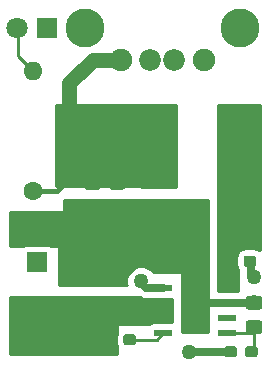
<source format=gbr>
G04 #@! TF.GenerationSoftware,KiCad,Pcbnew,(5.0.0-3-g5ebb6b6)*
G04 #@! TF.CreationDate,2019-01-13T20:11:43-05:00*
G04 #@! TF.ProjectId,phone_charger,70686F6E655F636861726765722E6B69,2*
G04 #@! TF.SameCoordinates,Original*
G04 #@! TF.FileFunction,Copper,L1,Top,Signal*
G04 #@! TF.FilePolarity,Positive*
%FSLAX46Y46*%
G04 Gerber Fmt 4.6, Leading zero omitted, Abs format (unit mm)*
G04 Created by KiCad (PCBNEW (5.0.0-3-g5ebb6b6)) date Sunday, January 13, 2019 at 08:11:43 PM*
%MOMM*%
%LPD*%
G01*
G04 APERTURE LIST*
G04 #@! TA.AperFunction,SMDPad,CuDef*
%ADD10R,1.700000X3.600000*%
G04 #@! TD*
G04 #@! TA.AperFunction,ComponentPad*
%ADD11C,3.300000*%
G04 #@! TD*
G04 #@! TA.AperFunction,ComponentPad*
%ADD12C,1.900000*%
G04 #@! TD*
G04 #@! TA.AperFunction,ComponentPad*
%ADD13C,1.840000*%
G04 #@! TD*
G04 #@! TA.AperFunction,SMDPad,CuDef*
%ADD14R,3.500000X2.300000*%
G04 #@! TD*
G04 #@! TA.AperFunction,Conductor*
%ADD15C,0.100000*%
G04 #@! TD*
G04 #@! TA.AperFunction,SMDPad,CuDef*
%ADD16C,0.950000*%
G04 #@! TD*
G04 #@! TA.AperFunction,SMDPad,CuDef*
%ADD17C,1.150000*%
G04 #@! TD*
G04 #@! TA.AperFunction,SMDPad,CuDef*
%ADD18C,1.425000*%
G04 #@! TD*
G04 #@! TA.AperFunction,ComponentPad*
%ADD19O,1.600000X1.600000*%
G04 #@! TD*
G04 #@! TA.AperFunction,ComponentPad*
%ADD20C,1.600000*%
G04 #@! TD*
G04 #@! TA.AperFunction,ComponentPad*
%ADD21R,1.800000X1.800000*%
G04 #@! TD*
G04 #@! TA.AperFunction,ComponentPad*
%ADD22C,1.800000*%
G04 #@! TD*
G04 #@! TA.AperFunction,ComponentPad*
%ADD23O,1.700000X1.700000*%
G04 #@! TD*
G04 #@! TA.AperFunction,ComponentPad*
%ADD24R,1.700000X1.700000*%
G04 #@! TD*
G04 #@! TA.AperFunction,SMDPad,CuDef*
%ADD25R,1.550000X0.600000*%
G04 #@! TD*
G04 #@! TA.AperFunction,SMDPad,CuDef*
%ADD26R,1.175000X1.175000*%
G04 #@! TD*
G04 #@! TA.AperFunction,ViaPad*
%ADD27C,1.270000*%
G04 #@! TD*
G04 #@! TA.AperFunction,ViaPad*
%ADD28C,2.032000*%
G04 #@! TD*
G04 #@! TA.AperFunction,Conductor*
%ADD29C,0.381000*%
G04 #@! TD*
G04 #@! TA.AperFunction,Conductor*
%ADD30C,1.270000*%
G04 #@! TD*
G04 #@! TA.AperFunction,Conductor*
%ADD31C,0.635000*%
G04 #@! TD*
G04 #@! TA.AperFunction,Conductor*
%ADD32C,0.254000*%
G04 #@! TD*
G04 APERTURE END LIST*
D10*
G04 #@! TO.P,L1,2*
G04 #@! TO.N,VBUS*
X99284400Y-64947800D03*
G04 #@! TO.P,L1,1*
G04 #@! TO.N,/SWN*
X108284400Y-64947800D03*
G04 #@! TD*
D11*
G04 #@! TO.P,J2,SH*
G04 #@! TO.N,EPAD*
X94522000Y-56134000D03*
X107662000Y-56134000D03*
D12*
G04 #@! TO.P,J2,1*
G04 #@! TO.N,VBUS*
X97592000Y-58844000D03*
D13*
G04 #@! TO.P,J2,2*
G04 #@! TO.N,/D-*
X100092000Y-58859000D03*
G04 #@! TO.P,J2,3*
G04 #@! TO.N,/D+*
X102092000Y-58834000D03*
D12*
G04 #@! TO.P,J2,4*
G04 #@! TO.N,EPAD*
X104592000Y-58844000D03*
G04 #@! TD*
D14*
G04 #@! TO.P,D3,2*
G04 #@! TO.N,EPAD*
X102202000Y-72898000D03*
G04 #@! TO.P,D3,1*
G04 #@! TO.N,/SWN*
X107602000Y-72898000D03*
G04 #@! TD*
D15*
G04 #@! TO.N,/SWN*
G04 #@! TO.C,C2*
G36*
X107065779Y-75421344D02*
X107088834Y-75424763D01*
X107111443Y-75430427D01*
X107133387Y-75438279D01*
X107154457Y-75448244D01*
X107174448Y-75460226D01*
X107193168Y-75474110D01*
X107210438Y-75489762D01*
X107226090Y-75507032D01*
X107239974Y-75525752D01*
X107251956Y-75545743D01*
X107261921Y-75566813D01*
X107269773Y-75588757D01*
X107275437Y-75611366D01*
X107278856Y-75634421D01*
X107280000Y-75657700D01*
X107280000Y-76132700D01*
X107278856Y-76155979D01*
X107275437Y-76179034D01*
X107269773Y-76201643D01*
X107261921Y-76223587D01*
X107251956Y-76244657D01*
X107239974Y-76264648D01*
X107226090Y-76283368D01*
X107210438Y-76300638D01*
X107193168Y-76316290D01*
X107174448Y-76330174D01*
X107154457Y-76342156D01*
X107133387Y-76352121D01*
X107111443Y-76359973D01*
X107088834Y-76365637D01*
X107065779Y-76369056D01*
X107042500Y-76370200D01*
X106467500Y-76370200D01*
X106444221Y-76369056D01*
X106421166Y-76365637D01*
X106398557Y-76359973D01*
X106376613Y-76352121D01*
X106355543Y-76342156D01*
X106335552Y-76330174D01*
X106316832Y-76316290D01*
X106299562Y-76300638D01*
X106283910Y-76283368D01*
X106270026Y-76264648D01*
X106258044Y-76244657D01*
X106248079Y-76223587D01*
X106240227Y-76201643D01*
X106234563Y-76179034D01*
X106231144Y-76155979D01*
X106230000Y-76132700D01*
X106230000Y-75657700D01*
X106231144Y-75634421D01*
X106234563Y-75611366D01*
X106240227Y-75588757D01*
X106248079Y-75566813D01*
X106258044Y-75545743D01*
X106270026Y-75525752D01*
X106283910Y-75507032D01*
X106299562Y-75489762D01*
X106316832Y-75474110D01*
X106335552Y-75460226D01*
X106355543Y-75448244D01*
X106376613Y-75438279D01*
X106398557Y-75430427D01*
X106421166Y-75424763D01*
X106444221Y-75421344D01*
X106467500Y-75420200D01*
X107042500Y-75420200D01*
X107065779Y-75421344D01*
X107065779Y-75421344D01*
G37*
D16*
G04 #@! TD*
G04 #@! TO.P,C2,2*
G04 #@! TO.N,/SWN*
X106755000Y-75895200D03*
D15*
G04 #@! TO.N,Net-(C2-Pad1)*
G04 #@! TO.C,C2*
G36*
X108815779Y-75421344D02*
X108838834Y-75424763D01*
X108861443Y-75430427D01*
X108883387Y-75438279D01*
X108904457Y-75448244D01*
X108924448Y-75460226D01*
X108943168Y-75474110D01*
X108960438Y-75489762D01*
X108976090Y-75507032D01*
X108989974Y-75525752D01*
X109001956Y-75545743D01*
X109011921Y-75566813D01*
X109019773Y-75588757D01*
X109025437Y-75611366D01*
X109028856Y-75634421D01*
X109030000Y-75657700D01*
X109030000Y-76132700D01*
X109028856Y-76155979D01*
X109025437Y-76179034D01*
X109019773Y-76201643D01*
X109011921Y-76223587D01*
X109001956Y-76244657D01*
X108989974Y-76264648D01*
X108976090Y-76283368D01*
X108960438Y-76300638D01*
X108943168Y-76316290D01*
X108924448Y-76330174D01*
X108904457Y-76342156D01*
X108883387Y-76352121D01*
X108861443Y-76359973D01*
X108838834Y-76365637D01*
X108815779Y-76369056D01*
X108792500Y-76370200D01*
X108217500Y-76370200D01*
X108194221Y-76369056D01*
X108171166Y-76365637D01*
X108148557Y-76359973D01*
X108126613Y-76352121D01*
X108105543Y-76342156D01*
X108085552Y-76330174D01*
X108066832Y-76316290D01*
X108049562Y-76300638D01*
X108033910Y-76283368D01*
X108020026Y-76264648D01*
X108008044Y-76244657D01*
X107998079Y-76223587D01*
X107990227Y-76201643D01*
X107984563Y-76179034D01*
X107981144Y-76155979D01*
X107980000Y-76132700D01*
X107980000Y-75657700D01*
X107981144Y-75634421D01*
X107984563Y-75611366D01*
X107990227Y-75588757D01*
X107998079Y-75566813D01*
X108008044Y-75545743D01*
X108020026Y-75525752D01*
X108033910Y-75507032D01*
X108049562Y-75489762D01*
X108066832Y-75474110D01*
X108085552Y-75460226D01*
X108105543Y-75448244D01*
X108126613Y-75438279D01*
X108148557Y-75430427D01*
X108171166Y-75424763D01*
X108194221Y-75421344D01*
X108217500Y-75420200D01*
X108792500Y-75420200D01*
X108815779Y-75421344D01*
X108815779Y-75421344D01*
G37*
D16*
G04 #@! TD*
G04 #@! TO.P,C2,1*
G04 #@! TO.N,Net-(C2-Pad1)*
X108505000Y-75895200D03*
D15*
G04 #@! TO.N,EPAD*
G04 #@! TO.C,C4*
G36*
X97756505Y-70738404D02*
X97780773Y-70742004D01*
X97804572Y-70747965D01*
X97827671Y-70756230D01*
X97849850Y-70766720D01*
X97870893Y-70779332D01*
X97890599Y-70793947D01*
X97908777Y-70810423D01*
X97925253Y-70828601D01*
X97939868Y-70848307D01*
X97952480Y-70869350D01*
X97962970Y-70891529D01*
X97971235Y-70914628D01*
X97977196Y-70938427D01*
X97980796Y-70962695D01*
X97982000Y-70987199D01*
X97982000Y-71637201D01*
X97980796Y-71661705D01*
X97977196Y-71685973D01*
X97971235Y-71709772D01*
X97962970Y-71732871D01*
X97952480Y-71755050D01*
X97939868Y-71776093D01*
X97925253Y-71795799D01*
X97908777Y-71813977D01*
X97890599Y-71830453D01*
X97870893Y-71845068D01*
X97849850Y-71857680D01*
X97827671Y-71868170D01*
X97804572Y-71876435D01*
X97780773Y-71882396D01*
X97756505Y-71885996D01*
X97732001Y-71887200D01*
X96831999Y-71887200D01*
X96807495Y-71885996D01*
X96783227Y-71882396D01*
X96759428Y-71876435D01*
X96736329Y-71868170D01*
X96714150Y-71857680D01*
X96693107Y-71845068D01*
X96673401Y-71830453D01*
X96655223Y-71813977D01*
X96638747Y-71795799D01*
X96624132Y-71776093D01*
X96611520Y-71755050D01*
X96601030Y-71732871D01*
X96592765Y-71709772D01*
X96586804Y-71685973D01*
X96583204Y-71661705D01*
X96582000Y-71637201D01*
X96582000Y-70987199D01*
X96583204Y-70962695D01*
X96586804Y-70938427D01*
X96592765Y-70914628D01*
X96601030Y-70891529D01*
X96611520Y-70869350D01*
X96624132Y-70848307D01*
X96638747Y-70828601D01*
X96655223Y-70810423D01*
X96673401Y-70793947D01*
X96693107Y-70779332D01*
X96714150Y-70766720D01*
X96736329Y-70756230D01*
X96759428Y-70747965D01*
X96783227Y-70742004D01*
X96807495Y-70738404D01*
X96831999Y-70737200D01*
X97732001Y-70737200D01*
X97756505Y-70738404D01*
X97756505Y-70738404D01*
G37*
D17*
G04 #@! TD*
G04 #@! TO.P,C4,2*
G04 #@! TO.N,EPAD*
X97282000Y-71312200D03*
D15*
G04 #@! TO.N,VBUS*
G04 #@! TO.C,C4*
G36*
X97756505Y-68688404D02*
X97780773Y-68692004D01*
X97804572Y-68697965D01*
X97827671Y-68706230D01*
X97849850Y-68716720D01*
X97870893Y-68729332D01*
X97890599Y-68743947D01*
X97908777Y-68760423D01*
X97925253Y-68778601D01*
X97939868Y-68798307D01*
X97952480Y-68819350D01*
X97962970Y-68841529D01*
X97971235Y-68864628D01*
X97977196Y-68888427D01*
X97980796Y-68912695D01*
X97982000Y-68937199D01*
X97982000Y-69587201D01*
X97980796Y-69611705D01*
X97977196Y-69635973D01*
X97971235Y-69659772D01*
X97962970Y-69682871D01*
X97952480Y-69705050D01*
X97939868Y-69726093D01*
X97925253Y-69745799D01*
X97908777Y-69763977D01*
X97890599Y-69780453D01*
X97870893Y-69795068D01*
X97849850Y-69807680D01*
X97827671Y-69818170D01*
X97804572Y-69826435D01*
X97780773Y-69832396D01*
X97756505Y-69835996D01*
X97732001Y-69837200D01*
X96831999Y-69837200D01*
X96807495Y-69835996D01*
X96783227Y-69832396D01*
X96759428Y-69826435D01*
X96736329Y-69818170D01*
X96714150Y-69807680D01*
X96693107Y-69795068D01*
X96673401Y-69780453D01*
X96655223Y-69763977D01*
X96638747Y-69745799D01*
X96624132Y-69726093D01*
X96611520Y-69705050D01*
X96601030Y-69682871D01*
X96592765Y-69659772D01*
X96586804Y-69635973D01*
X96583204Y-69611705D01*
X96582000Y-69587201D01*
X96582000Y-68937199D01*
X96583204Y-68912695D01*
X96586804Y-68888427D01*
X96592765Y-68864628D01*
X96601030Y-68841529D01*
X96611520Y-68819350D01*
X96624132Y-68798307D01*
X96638747Y-68778601D01*
X96655223Y-68760423D01*
X96673401Y-68743947D01*
X96693107Y-68729332D01*
X96714150Y-68716720D01*
X96736329Y-68706230D01*
X96759428Y-68697965D01*
X96783227Y-68692004D01*
X96807495Y-68688404D01*
X96831999Y-68687200D01*
X97732001Y-68687200D01*
X97756505Y-68688404D01*
X97756505Y-68688404D01*
G37*
D17*
G04 #@! TD*
G04 #@! TO.P,C4,1*
G04 #@! TO.N,VBUS*
X97282000Y-69262200D03*
D15*
G04 #@! TO.N,EPAD*
G04 #@! TO.C,C3*
G36*
X95673705Y-70738404D02*
X95697973Y-70742004D01*
X95721772Y-70747965D01*
X95744871Y-70756230D01*
X95767050Y-70766720D01*
X95788093Y-70779332D01*
X95807799Y-70793947D01*
X95825977Y-70810423D01*
X95842453Y-70828601D01*
X95857068Y-70848307D01*
X95869680Y-70869350D01*
X95880170Y-70891529D01*
X95888435Y-70914628D01*
X95894396Y-70938427D01*
X95897996Y-70962695D01*
X95899200Y-70987199D01*
X95899200Y-71637201D01*
X95897996Y-71661705D01*
X95894396Y-71685973D01*
X95888435Y-71709772D01*
X95880170Y-71732871D01*
X95869680Y-71755050D01*
X95857068Y-71776093D01*
X95842453Y-71795799D01*
X95825977Y-71813977D01*
X95807799Y-71830453D01*
X95788093Y-71845068D01*
X95767050Y-71857680D01*
X95744871Y-71868170D01*
X95721772Y-71876435D01*
X95697973Y-71882396D01*
X95673705Y-71885996D01*
X95649201Y-71887200D01*
X94749199Y-71887200D01*
X94724695Y-71885996D01*
X94700427Y-71882396D01*
X94676628Y-71876435D01*
X94653529Y-71868170D01*
X94631350Y-71857680D01*
X94610307Y-71845068D01*
X94590601Y-71830453D01*
X94572423Y-71813977D01*
X94555947Y-71795799D01*
X94541332Y-71776093D01*
X94528720Y-71755050D01*
X94518230Y-71732871D01*
X94509965Y-71709772D01*
X94504004Y-71685973D01*
X94500404Y-71661705D01*
X94499200Y-71637201D01*
X94499200Y-70987199D01*
X94500404Y-70962695D01*
X94504004Y-70938427D01*
X94509965Y-70914628D01*
X94518230Y-70891529D01*
X94528720Y-70869350D01*
X94541332Y-70848307D01*
X94555947Y-70828601D01*
X94572423Y-70810423D01*
X94590601Y-70793947D01*
X94610307Y-70779332D01*
X94631350Y-70766720D01*
X94653529Y-70756230D01*
X94676628Y-70747965D01*
X94700427Y-70742004D01*
X94724695Y-70738404D01*
X94749199Y-70737200D01*
X95649201Y-70737200D01*
X95673705Y-70738404D01*
X95673705Y-70738404D01*
G37*
D17*
G04 #@! TD*
G04 #@! TO.P,C3,2*
G04 #@! TO.N,EPAD*
X95199200Y-71312200D03*
D15*
G04 #@! TO.N,VBUS*
G04 #@! TO.C,C3*
G36*
X95673705Y-68688404D02*
X95697973Y-68692004D01*
X95721772Y-68697965D01*
X95744871Y-68706230D01*
X95767050Y-68716720D01*
X95788093Y-68729332D01*
X95807799Y-68743947D01*
X95825977Y-68760423D01*
X95842453Y-68778601D01*
X95857068Y-68798307D01*
X95869680Y-68819350D01*
X95880170Y-68841529D01*
X95888435Y-68864628D01*
X95894396Y-68888427D01*
X95897996Y-68912695D01*
X95899200Y-68937199D01*
X95899200Y-69587201D01*
X95897996Y-69611705D01*
X95894396Y-69635973D01*
X95888435Y-69659772D01*
X95880170Y-69682871D01*
X95869680Y-69705050D01*
X95857068Y-69726093D01*
X95842453Y-69745799D01*
X95825977Y-69763977D01*
X95807799Y-69780453D01*
X95788093Y-69795068D01*
X95767050Y-69807680D01*
X95744871Y-69818170D01*
X95721772Y-69826435D01*
X95697973Y-69832396D01*
X95673705Y-69835996D01*
X95649201Y-69837200D01*
X94749199Y-69837200D01*
X94724695Y-69835996D01*
X94700427Y-69832396D01*
X94676628Y-69826435D01*
X94653529Y-69818170D01*
X94631350Y-69807680D01*
X94610307Y-69795068D01*
X94590601Y-69780453D01*
X94572423Y-69763977D01*
X94555947Y-69745799D01*
X94541332Y-69726093D01*
X94528720Y-69705050D01*
X94518230Y-69682871D01*
X94509965Y-69659772D01*
X94504004Y-69635973D01*
X94500404Y-69611705D01*
X94499200Y-69587201D01*
X94499200Y-68937199D01*
X94500404Y-68912695D01*
X94504004Y-68888427D01*
X94509965Y-68864628D01*
X94518230Y-68841529D01*
X94528720Y-68819350D01*
X94541332Y-68798307D01*
X94555947Y-68778601D01*
X94572423Y-68760423D01*
X94590601Y-68743947D01*
X94610307Y-68729332D01*
X94631350Y-68716720D01*
X94653529Y-68706230D01*
X94676628Y-68697965D01*
X94700427Y-68692004D01*
X94724695Y-68688404D01*
X94749199Y-68687200D01*
X95649201Y-68687200D01*
X95673705Y-68688404D01*
X95673705Y-68688404D01*
G37*
D17*
G04 #@! TD*
G04 #@! TO.P,C3,1*
G04 #@! TO.N,VBUS*
X95199200Y-69262200D03*
D15*
G04 #@! TO.N,EPAD*
G04 #@! TO.C,C1*
G36*
X94629504Y-76153604D02*
X94653773Y-76157204D01*
X94677571Y-76163165D01*
X94700671Y-76171430D01*
X94722849Y-76181920D01*
X94743893Y-76194533D01*
X94763598Y-76209147D01*
X94781777Y-76225623D01*
X94798253Y-76243802D01*
X94812867Y-76263507D01*
X94825480Y-76284551D01*
X94835970Y-76306729D01*
X94844235Y-76329829D01*
X94850196Y-76353627D01*
X94853796Y-76377896D01*
X94855000Y-76402400D01*
X94855000Y-77327400D01*
X94853796Y-77351904D01*
X94850196Y-77376173D01*
X94844235Y-77399971D01*
X94835970Y-77423071D01*
X94825480Y-77445249D01*
X94812867Y-77466293D01*
X94798253Y-77485998D01*
X94781777Y-77504177D01*
X94763598Y-77520653D01*
X94743893Y-77535267D01*
X94722849Y-77547880D01*
X94700671Y-77558370D01*
X94677571Y-77566635D01*
X94653773Y-77572596D01*
X94629504Y-77576196D01*
X94605000Y-77577400D01*
X93355000Y-77577400D01*
X93330496Y-77576196D01*
X93306227Y-77572596D01*
X93282429Y-77566635D01*
X93259329Y-77558370D01*
X93237151Y-77547880D01*
X93216107Y-77535267D01*
X93196402Y-77520653D01*
X93178223Y-77504177D01*
X93161747Y-77485998D01*
X93147133Y-77466293D01*
X93134520Y-77445249D01*
X93124030Y-77423071D01*
X93115765Y-77399971D01*
X93109804Y-77376173D01*
X93106204Y-77351904D01*
X93105000Y-77327400D01*
X93105000Y-76402400D01*
X93106204Y-76377896D01*
X93109804Y-76353627D01*
X93115765Y-76329829D01*
X93124030Y-76306729D01*
X93134520Y-76284551D01*
X93147133Y-76263507D01*
X93161747Y-76243802D01*
X93178223Y-76225623D01*
X93196402Y-76209147D01*
X93216107Y-76194533D01*
X93237151Y-76181920D01*
X93259329Y-76171430D01*
X93282429Y-76163165D01*
X93306227Y-76157204D01*
X93330496Y-76153604D01*
X93355000Y-76152400D01*
X94605000Y-76152400D01*
X94629504Y-76153604D01*
X94629504Y-76153604D01*
G37*
D18*
G04 #@! TD*
G04 #@! TO.P,C1,2*
G04 #@! TO.N,EPAD*
X93980000Y-76864900D03*
D15*
G04 #@! TO.N,/reg_in*
G04 #@! TO.C,C1*
G36*
X94629504Y-79128604D02*
X94653773Y-79132204D01*
X94677571Y-79138165D01*
X94700671Y-79146430D01*
X94722849Y-79156920D01*
X94743893Y-79169533D01*
X94763598Y-79184147D01*
X94781777Y-79200623D01*
X94798253Y-79218802D01*
X94812867Y-79238507D01*
X94825480Y-79259551D01*
X94835970Y-79281729D01*
X94844235Y-79304829D01*
X94850196Y-79328627D01*
X94853796Y-79352896D01*
X94855000Y-79377400D01*
X94855000Y-80302400D01*
X94853796Y-80326904D01*
X94850196Y-80351173D01*
X94844235Y-80374971D01*
X94835970Y-80398071D01*
X94825480Y-80420249D01*
X94812867Y-80441293D01*
X94798253Y-80460998D01*
X94781777Y-80479177D01*
X94763598Y-80495653D01*
X94743893Y-80510267D01*
X94722849Y-80522880D01*
X94700671Y-80533370D01*
X94677571Y-80541635D01*
X94653773Y-80547596D01*
X94629504Y-80551196D01*
X94605000Y-80552400D01*
X93355000Y-80552400D01*
X93330496Y-80551196D01*
X93306227Y-80547596D01*
X93282429Y-80541635D01*
X93259329Y-80533370D01*
X93237151Y-80522880D01*
X93216107Y-80510267D01*
X93196402Y-80495653D01*
X93178223Y-80479177D01*
X93161747Y-80460998D01*
X93147133Y-80441293D01*
X93134520Y-80420249D01*
X93124030Y-80398071D01*
X93115765Y-80374971D01*
X93109804Y-80351173D01*
X93106204Y-80326904D01*
X93105000Y-80302400D01*
X93105000Y-79377400D01*
X93106204Y-79352896D01*
X93109804Y-79328627D01*
X93115765Y-79304829D01*
X93124030Y-79281729D01*
X93134520Y-79259551D01*
X93147133Y-79238507D01*
X93161747Y-79218802D01*
X93178223Y-79200623D01*
X93196402Y-79184147D01*
X93216107Y-79169533D01*
X93237151Y-79156920D01*
X93259329Y-79146430D01*
X93282429Y-79138165D01*
X93306227Y-79132204D01*
X93330496Y-79128604D01*
X93355000Y-79127400D01*
X94605000Y-79127400D01*
X94629504Y-79128604D01*
X94629504Y-79128604D01*
G37*
D18*
G04 #@! TD*
G04 #@! TO.P,C1,1*
G04 #@! TO.N,/reg_in*
X93980000Y-79839900D03*
D15*
G04 #@! TO.N,Net-(R8-Pad2)*
G04 #@! TO.C,R8*
G36*
X108950179Y-83092144D02*
X108973234Y-83095563D01*
X108995843Y-83101227D01*
X109017787Y-83109079D01*
X109038857Y-83119044D01*
X109058848Y-83131026D01*
X109077568Y-83144910D01*
X109094838Y-83160562D01*
X109110490Y-83177832D01*
X109124374Y-83196552D01*
X109136356Y-83216543D01*
X109146321Y-83237613D01*
X109154173Y-83259557D01*
X109159837Y-83282166D01*
X109163256Y-83305221D01*
X109164400Y-83328500D01*
X109164400Y-83803500D01*
X109163256Y-83826779D01*
X109159837Y-83849834D01*
X109154173Y-83872443D01*
X109146321Y-83894387D01*
X109136356Y-83915457D01*
X109124374Y-83935448D01*
X109110490Y-83954168D01*
X109094838Y-83971438D01*
X109077568Y-83987090D01*
X109058848Y-84000974D01*
X109038857Y-84012956D01*
X109017787Y-84022921D01*
X108995843Y-84030773D01*
X108973234Y-84036437D01*
X108950179Y-84039856D01*
X108926900Y-84041000D01*
X108351900Y-84041000D01*
X108328621Y-84039856D01*
X108305566Y-84036437D01*
X108282957Y-84030773D01*
X108261013Y-84022921D01*
X108239943Y-84012956D01*
X108219952Y-84000974D01*
X108201232Y-83987090D01*
X108183962Y-83971438D01*
X108168310Y-83954168D01*
X108154426Y-83935448D01*
X108142444Y-83915457D01*
X108132479Y-83894387D01*
X108124627Y-83872443D01*
X108118963Y-83849834D01*
X108115544Y-83826779D01*
X108114400Y-83803500D01*
X108114400Y-83328500D01*
X108115544Y-83305221D01*
X108118963Y-83282166D01*
X108124627Y-83259557D01*
X108132479Y-83237613D01*
X108142444Y-83216543D01*
X108154426Y-83196552D01*
X108168310Y-83177832D01*
X108183962Y-83160562D01*
X108201232Y-83144910D01*
X108219952Y-83131026D01*
X108239943Y-83119044D01*
X108261013Y-83109079D01*
X108282957Y-83101227D01*
X108305566Y-83095563D01*
X108328621Y-83092144D01*
X108351900Y-83091000D01*
X108926900Y-83091000D01*
X108950179Y-83092144D01*
X108950179Y-83092144D01*
G37*
D16*
G04 #@! TD*
G04 #@! TO.P,R8,2*
G04 #@! TO.N,Net-(R8-Pad2)*
X108639400Y-83566000D03*
D15*
G04 #@! TO.N,VBUS*
G04 #@! TO.C,R8*
G36*
X107200179Y-83092144D02*
X107223234Y-83095563D01*
X107245843Y-83101227D01*
X107267787Y-83109079D01*
X107288857Y-83119044D01*
X107308848Y-83131026D01*
X107327568Y-83144910D01*
X107344838Y-83160562D01*
X107360490Y-83177832D01*
X107374374Y-83196552D01*
X107386356Y-83216543D01*
X107396321Y-83237613D01*
X107404173Y-83259557D01*
X107409837Y-83282166D01*
X107413256Y-83305221D01*
X107414400Y-83328500D01*
X107414400Y-83803500D01*
X107413256Y-83826779D01*
X107409837Y-83849834D01*
X107404173Y-83872443D01*
X107396321Y-83894387D01*
X107386356Y-83915457D01*
X107374374Y-83935448D01*
X107360490Y-83954168D01*
X107344838Y-83971438D01*
X107327568Y-83987090D01*
X107308848Y-84000974D01*
X107288857Y-84012956D01*
X107267787Y-84022921D01*
X107245843Y-84030773D01*
X107223234Y-84036437D01*
X107200179Y-84039856D01*
X107176900Y-84041000D01*
X106601900Y-84041000D01*
X106578621Y-84039856D01*
X106555566Y-84036437D01*
X106532957Y-84030773D01*
X106511013Y-84022921D01*
X106489943Y-84012956D01*
X106469952Y-84000974D01*
X106451232Y-83987090D01*
X106433962Y-83971438D01*
X106418310Y-83954168D01*
X106404426Y-83935448D01*
X106392444Y-83915457D01*
X106382479Y-83894387D01*
X106374627Y-83872443D01*
X106368963Y-83849834D01*
X106365544Y-83826779D01*
X106364400Y-83803500D01*
X106364400Y-83328500D01*
X106365544Y-83305221D01*
X106368963Y-83282166D01*
X106374627Y-83259557D01*
X106382479Y-83237613D01*
X106392444Y-83216543D01*
X106404426Y-83196552D01*
X106418310Y-83177832D01*
X106433962Y-83160562D01*
X106451232Y-83144910D01*
X106469952Y-83131026D01*
X106489943Y-83119044D01*
X106511013Y-83109079D01*
X106532957Y-83101227D01*
X106555566Y-83095563D01*
X106578621Y-83092144D01*
X106601900Y-83091000D01*
X107176900Y-83091000D01*
X107200179Y-83092144D01*
X107200179Y-83092144D01*
G37*
D16*
G04 #@! TD*
G04 #@! TO.P,R8,1*
G04 #@! TO.N,VBUS*
X106889400Y-83566000D03*
D15*
G04 #@! TO.N,Net-(R2-Pad2)*
G04 #@! TO.C,R2*
G36*
X98637779Y-82076144D02*
X98660834Y-82079563D01*
X98683443Y-82085227D01*
X98705387Y-82093079D01*
X98726457Y-82103044D01*
X98746448Y-82115026D01*
X98765168Y-82128910D01*
X98782438Y-82144562D01*
X98798090Y-82161832D01*
X98811974Y-82180552D01*
X98823956Y-82200543D01*
X98833921Y-82221613D01*
X98841773Y-82243557D01*
X98847437Y-82266166D01*
X98850856Y-82289221D01*
X98852000Y-82312500D01*
X98852000Y-82787500D01*
X98850856Y-82810779D01*
X98847437Y-82833834D01*
X98841773Y-82856443D01*
X98833921Y-82878387D01*
X98823956Y-82899457D01*
X98811974Y-82919448D01*
X98798090Y-82938168D01*
X98782438Y-82955438D01*
X98765168Y-82971090D01*
X98746448Y-82984974D01*
X98726457Y-82996956D01*
X98705387Y-83006921D01*
X98683443Y-83014773D01*
X98660834Y-83020437D01*
X98637779Y-83023856D01*
X98614500Y-83025000D01*
X98039500Y-83025000D01*
X98016221Y-83023856D01*
X97993166Y-83020437D01*
X97970557Y-83014773D01*
X97948613Y-83006921D01*
X97927543Y-82996956D01*
X97907552Y-82984974D01*
X97888832Y-82971090D01*
X97871562Y-82955438D01*
X97855910Y-82938168D01*
X97842026Y-82919448D01*
X97830044Y-82899457D01*
X97820079Y-82878387D01*
X97812227Y-82856443D01*
X97806563Y-82833834D01*
X97803144Y-82810779D01*
X97802000Y-82787500D01*
X97802000Y-82312500D01*
X97803144Y-82289221D01*
X97806563Y-82266166D01*
X97812227Y-82243557D01*
X97820079Y-82221613D01*
X97830044Y-82200543D01*
X97842026Y-82180552D01*
X97855910Y-82161832D01*
X97871562Y-82144562D01*
X97888832Y-82128910D01*
X97907552Y-82115026D01*
X97927543Y-82103044D01*
X97948613Y-82093079D01*
X97970557Y-82085227D01*
X97993166Y-82079563D01*
X98016221Y-82076144D01*
X98039500Y-82075000D01*
X98614500Y-82075000D01*
X98637779Y-82076144D01*
X98637779Y-82076144D01*
G37*
D16*
G04 #@! TD*
G04 #@! TO.P,R2,2*
G04 #@! TO.N,Net-(R2-Pad2)*
X98327000Y-82550000D03*
D15*
G04 #@! TO.N,/reg_in*
G04 #@! TO.C,R2*
G36*
X96887779Y-82076144D02*
X96910834Y-82079563D01*
X96933443Y-82085227D01*
X96955387Y-82093079D01*
X96976457Y-82103044D01*
X96996448Y-82115026D01*
X97015168Y-82128910D01*
X97032438Y-82144562D01*
X97048090Y-82161832D01*
X97061974Y-82180552D01*
X97073956Y-82200543D01*
X97083921Y-82221613D01*
X97091773Y-82243557D01*
X97097437Y-82266166D01*
X97100856Y-82289221D01*
X97102000Y-82312500D01*
X97102000Y-82787500D01*
X97100856Y-82810779D01*
X97097437Y-82833834D01*
X97091773Y-82856443D01*
X97083921Y-82878387D01*
X97073956Y-82899457D01*
X97061974Y-82919448D01*
X97048090Y-82938168D01*
X97032438Y-82955438D01*
X97015168Y-82971090D01*
X96996448Y-82984974D01*
X96976457Y-82996956D01*
X96955387Y-83006921D01*
X96933443Y-83014773D01*
X96910834Y-83020437D01*
X96887779Y-83023856D01*
X96864500Y-83025000D01*
X96289500Y-83025000D01*
X96266221Y-83023856D01*
X96243166Y-83020437D01*
X96220557Y-83014773D01*
X96198613Y-83006921D01*
X96177543Y-82996956D01*
X96157552Y-82984974D01*
X96138832Y-82971090D01*
X96121562Y-82955438D01*
X96105910Y-82938168D01*
X96092026Y-82919448D01*
X96080044Y-82899457D01*
X96070079Y-82878387D01*
X96062227Y-82856443D01*
X96056563Y-82833834D01*
X96053144Y-82810779D01*
X96052000Y-82787500D01*
X96052000Y-82312500D01*
X96053144Y-82289221D01*
X96056563Y-82266166D01*
X96062227Y-82243557D01*
X96070079Y-82221613D01*
X96080044Y-82200543D01*
X96092026Y-82180552D01*
X96105910Y-82161832D01*
X96121562Y-82144562D01*
X96138832Y-82128910D01*
X96157552Y-82115026D01*
X96177543Y-82103044D01*
X96198613Y-82093079D01*
X96220557Y-82085227D01*
X96243166Y-82079563D01*
X96266221Y-82076144D01*
X96289500Y-82075000D01*
X96864500Y-82075000D01*
X96887779Y-82076144D01*
X96887779Y-82076144D01*
G37*
D16*
G04 #@! TD*
G04 #@! TO.P,R2,1*
G04 #@! TO.N,/reg_in*
X96577000Y-82550000D03*
D15*
G04 #@! TO.N,EPAD*
G04 #@! TO.C,R9*
G36*
X109338905Y-78846804D02*
X109363173Y-78850404D01*
X109386972Y-78856365D01*
X109410071Y-78864630D01*
X109432250Y-78875120D01*
X109453293Y-78887732D01*
X109472999Y-78902347D01*
X109491177Y-78918823D01*
X109507653Y-78937001D01*
X109522268Y-78956707D01*
X109534880Y-78977750D01*
X109545370Y-78999929D01*
X109553635Y-79023028D01*
X109559596Y-79046827D01*
X109563196Y-79071095D01*
X109564400Y-79095599D01*
X109564400Y-79745601D01*
X109563196Y-79770105D01*
X109559596Y-79794373D01*
X109553635Y-79818172D01*
X109545370Y-79841271D01*
X109534880Y-79863450D01*
X109522268Y-79884493D01*
X109507653Y-79904199D01*
X109491177Y-79922377D01*
X109472999Y-79938853D01*
X109453293Y-79953468D01*
X109432250Y-79966080D01*
X109410071Y-79976570D01*
X109386972Y-79984835D01*
X109363173Y-79990796D01*
X109338905Y-79994396D01*
X109314401Y-79995600D01*
X108414399Y-79995600D01*
X108389895Y-79994396D01*
X108365627Y-79990796D01*
X108341828Y-79984835D01*
X108318729Y-79976570D01*
X108296550Y-79966080D01*
X108275507Y-79953468D01*
X108255801Y-79938853D01*
X108237623Y-79922377D01*
X108221147Y-79904199D01*
X108206532Y-79884493D01*
X108193920Y-79863450D01*
X108183430Y-79841271D01*
X108175165Y-79818172D01*
X108169204Y-79794373D01*
X108165604Y-79770105D01*
X108164400Y-79745601D01*
X108164400Y-79095599D01*
X108165604Y-79071095D01*
X108169204Y-79046827D01*
X108175165Y-79023028D01*
X108183430Y-78999929D01*
X108193920Y-78977750D01*
X108206532Y-78956707D01*
X108221147Y-78937001D01*
X108237623Y-78918823D01*
X108255801Y-78902347D01*
X108275507Y-78887732D01*
X108296550Y-78875120D01*
X108318729Y-78864630D01*
X108341828Y-78856365D01*
X108365627Y-78850404D01*
X108389895Y-78846804D01*
X108414399Y-78845600D01*
X109314401Y-78845600D01*
X109338905Y-78846804D01*
X109338905Y-78846804D01*
G37*
D17*
G04 #@! TD*
G04 #@! TO.P,R9,2*
G04 #@! TO.N,EPAD*
X108864400Y-79420600D03*
D15*
G04 #@! TO.N,Net-(R8-Pad2)*
G04 #@! TO.C,R9*
G36*
X109338905Y-80896804D02*
X109363173Y-80900404D01*
X109386972Y-80906365D01*
X109410071Y-80914630D01*
X109432250Y-80925120D01*
X109453293Y-80937732D01*
X109472999Y-80952347D01*
X109491177Y-80968823D01*
X109507653Y-80987001D01*
X109522268Y-81006707D01*
X109534880Y-81027750D01*
X109545370Y-81049929D01*
X109553635Y-81073028D01*
X109559596Y-81096827D01*
X109563196Y-81121095D01*
X109564400Y-81145599D01*
X109564400Y-81795601D01*
X109563196Y-81820105D01*
X109559596Y-81844373D01*
X109553635Y-81868172D01*
X109545370Y-81891271D01*
X109534880Y-81913450D01*
X109522268Y-81934493D01*
X109507653Y-81954199D01*
X109491177Y-81972377D01*
X109472999Y-81988853D01*
X109453293Y-82003468D01*
X109432250Y-82016080D01*
X109410071Y-82026570D01*
X109386972Y-82034835D01*
X109363173Y-82040796D01*
X109338905Y-82044396D01*
X109314401Y-82045600D01*
X108414399Y-82045600D01*
X108389895Y-82044396D01*
X108365627Y-82040796D01*
X108341828Y-82034835D01*
X108318729Y-82026570D01*
X108296550Y-82016080D01*
X108275507Y-82003468D01*
X108255801Y-81988853D01*
X108237623Y-81972377D01*
X108221147Y-81954199D01*
X108206532Y-81934493D01*
X108193920Y-81913450D01*
X108183430Y-81891271D01*
X108175165Y-81868172D01*
X108169204Y-81844373D01*
X108165604Y-81820105D01*
X108164400Y-81795601D01*
X108164400Y-81145599D01*
X108165604Y-81121095D01*
X108169204Y-81096827D01*
X108175165Y-81073028D01*
X108183430Y-81049929D01*
X108193920Y-81027750D01*
X108206532Y-81006707D01*
X108221147Y-80987001D01*
X108237623Y-80968823D01*
X108255801Y-80952347D01*
X108275507Y-80937732D01*
X108296550Y-80925120D01*
X108318729Y-80914630D01*
X108341828Y-80906365D01*
X108365627Y-80900404D01*
X108389895Y-80896804D01*
X108414399Y-80895600D01*
X109314401Y-80895600D01*
X109338905Y-80896804D01*
X109338905Y-80896804D01*
G37*
D17*
G04 #@! TD*
G04 #@! TO.P,R9,1*
G04 #@! TO.N,Net-(R8-Pad2)*
X108864400Y-81470600D03*
D19*
G04 #@! TO.P,R1,2*
G04 #@! TO.N,Net-(D1-Pad2)*
X90170000Y-59791600D03*
D20*
G04 #@! TO.P,R1,1*
G04 #@! TO.N,VBUS*
X90170000Y-69951600D03*
G04 #@! TD*
D21*
G04 #@! TO.P,D1,1*
G04 #@! TO.N,EPAD*
X91338400Y-56134000D03*
D22*
G04 #@! TO.P,D1,2*
G04 #@! TO.N,Net-(D1-Pad2)*
X88798400Y-56134000D03*
G04 #@! TD*
D23*
G04 #@! TO.P,J1,2*
G04 #@! TO.N,EPAD*
X90525600Y-73456800D03*
D24*
G04 #@! TO.P,J1,1*
G04 #@! TO.N,Net-(F1-Pad2)*
X90525600Y-75996800D03*
G04 #@! TD*
D25*
G04 #@! TO.P,U1,1*
G04 #@! TO.N,Net-(C2-Pad1)*
X101163001Y-78187001D03*
G04 #@! TO.P,U1,2*
G04 #@! TO.N,/reg_in*
X101163001Y-79457001D03*
G04 #@! TO.P,U1,3*
X101163001Y-80727001D03*
G04 #@! TO.P,U1,4*
G04 #@! TO.N,Net-(R2-Pad2)*
X101163001Y-81997001D03*
G04 #@! TO.P,U1,5*
G04 #@! TO.N,Net-(R8-Pad2)*
X106563001Y-81997001D03*
G04 #@! TO.P,U1,6*
G04 #@! TO.N,Net-(U1-Pad6)*
X106563001Y-80727001D03*
G04 #@! TO.P,U1,7*
G04 #@! TO.N,EPAD*
X106563001Y-79457001D03*
G04 #@! TO.P,U1,8*
G04 #@! TO.N,/SWN*
X106563001Y-78187001D03*
D26*
G04 #@! TO.P,U1,9*
G04 #@! TO.N,EPAD*
X104450501Y-80679501D03*
X104450501Y-79504501D03*
X103275501Y-80679501D03*
X103275501Y-79504501D03*
G04 #@! TD*
D27*
G04 #@! TO.N,VBUS*
X93218000Y-68884800D03*
X103378000Y-83566000D03*
G04 #@! TO.N,EPAD*
X93345000Y-71882000D03*
X99187000Y-71882000D03*
X96647000Y-76835000D03*
X101219000Y-75565000D03*
X103759000Y-75565000D03*
X103759000Y-77978000D03*
D28*
G04 #@! TO.N,/reg_in*
X91694000Y-80264000D03*
D27*
G04 #@! TO.N,Net-(C2-Pad1)*
X99314000Y-77597000D03*
X108864400Y-77266800D03*
G04 #@! TD*
D29*
G04 #@! TO.N,VBUS*
X92506800Y-69596000D02*
X93218000Y-68884800D01*
X92151200Y-69951600D02*
X92506800Y-69596000D01*
X90170000Y-69951600D02*
X92151200Y-69951600D01*
D30*
X97592000Y-58844000D02*
X95207000Y-58844000D01*
X93218000Y-60833000D02*
X93218000Y-68884800D01*
X95207000Y-58844000D02*
X93218000Y-60833000D01*
D31*
X104276025Y-83566000D02*
X103378000Y-83566000D01*
X106664400Y-83515200D02*
X106613600Y-83566000D01*
X106613600Y-83566000D02*
X104276025Y-83566000D01*
D32*
G04 #@! TO.N,Net-(D1-Pad2)*
X88900000Y-58521600D02*
X90170000Y-59791600D01*
X88900000Y-56134000D02*
X88900000Y-58521600D01*
D29*
G04 #@! TO.N,EPAD*
X103275501Y-79504501D02*
X104450501Y-79504501D01*
X104450501Y-79504501D02*
X104450501Y-80679501D01*
X104450501Y-80679501D02*
X103275501Y-80679501D01*
X106515501Y-79504501D02*
X106563001Y-79457001D01*
X102802000Y-72898000D02*
X102202000Y-72898000D01*
D31*
X104498001Y-79457001D02*
X104450501Y-79504501D01*
X106563001Y-79457001D02*
X104498001Y-79457001D01*
X106568802Y-79451200D02*
X106563001Y-79457001D01*
X108508800Y-79451200D02*
X106568802Y-79451200D01*
X108864400Y-79095600D02*
X108508800Y-79451200D01*
D32*
G04 #@! TO.N,Net-(R2-Pad2)*
X100610002Y-82550000D02*
X101163001Y-81997001D01*
X98552000Y-82550000D02*
X100610002Y-82550000D01*
G04 #@! TO.N,Net-(C2-Pad1)*
X101055600Y-78079600D02*
X101163001Y-78187001D01*
D31*
X101163001Y-78187001D02*
X99753001Y-78187001D01*
X99314000Y-77748000D02*
X99314000Y-77597000D01*
X99753001Y-78187001D02*
X99314000Y-77748000D01*
X108580000Y-76982400D02*
X108864400Y-77266800D01*
X108580000Y-75895200D02*
X108580000Y-76982400D01*
D32*
G04 #@! TO.N,Net-(R8-Pad2)*
X108662999Y-81997001D02*
X108864400Y-81795600D01*
X106563001Y-81997001D02*
X108662999Y-81997001D01*
X108864400Y-83515200D02*
X108864400Y-81795600D01*
G04 #@! TD*
G04 #@! TO.N,/SWN*
G36*
X109373601Y-74955400D02*
X109303678Y-74955400D01*
X109131152Y-74840122D01*
X108792500Y-74772760D01*
X108217500Y-74772760D01*
X107878848Y-74840122D01*
X107706323Y-74955400D01*
X107645200Y-74955400D01*
X107596599Y-74965067D01*
X107555397Y-74992597D01*
X107527867Y-75033799D01*
X107518200Y-75082400D01*
X107518200Y-75142033D01*
X107399922Y-75319048D01*
X107332560Y-75657700D01*
X107332560Y-76132700D01*
X107399922Y-76471352D01*
X107518200Y-76648367D01*
X107518200Y-78460600D01*
X105791000Y-78460600D01*
X105791000Y-62661800D01*
X109373600Y-62661800D01*
X109373601Y-74955400D01*
X109373601Y-74955400D01*
G37*
X109373601Y-74955400D02*
X109303678Y-74955400D01*
X109131152Y-74840122D01*
X108792500Y-74772760D01*
X108217500Y-74772760D01*
X107878848Y-74840122D01*
X107706323Y-74955400D01*
X107645200Y-74955400D01*
X107596599Y-74965067D01*
X107555397Y-74992597D01*
X107527867Y-75033799D01*
X107518200Y-75082400D01*
X107518200Y-75142033D01*
X107399922Y-75319048D01*
X107332560Y-75657700D01*
X107332560Y-76132700D01*
X107399922Y-76471352D01*
X107518200Y-76648367D01*
X107518200Y-78460600D01*
X105791000Y-78460600D01*
X105791000Y-62661800D01*
X109373600Y-62661800D01*
X109373601Y-74955400D01*
G04 #@! TO.N,/reg_in*
G36*
X99381354Y-79084236D02*
X99659191Y-79139501D01*
X99753000Y-79158161D01*
X99846809Y-79139501D01*
X101256811Y-79139501D01*
X101282249Y-79134441D01*
X101930200Y-79134441D01*
X101930200Y-81049561D01*
X100388001Y-81049561D01*
X100140236Y-81098844D01*
X99983159Y-81203800D01*
X97383600Y-81203800D01*
X97334999Y-81213467D01*
X97293797Y-81240997D01*
X97266267Y-81282199D01*
X97256600Y-81330800D01*
X97256600Y-81921949D01*
X97221922Y-81973848D01*
X97154560Y-82312500D01*
X97154560Y-82787500D01*
X97221922Y-83126152D01*
X97256600Y-83178051D01*
X97256600Y-83719600D01*
X88238400Y-83719600D01*
X88238400Y-78968600D01*
X99208292Y-78968600D01*
X99381354Y-79084236D01*
X99381354Y-79084236D01*
G37*
X99381354Y-79084236D02*
X99659191Y-79139501D01*
X99753000Y-79158161D01*
X99846809Y-79139501D01*
X101256811Y-79139501D01*
X101282249Y-79134441D01*
X101930200Y-79134441D01*
X101930200Y-81049561D01*
X100388001Y-81049561D01*
X100140236Y-81098844D01*
X99983159Y-81203800D01*
X97383600Y-81203800D01*
X97334999Y-81213467D01*
X97293797Y-81240997D01*
X97266267Y-81282199D01*
X97256600Y-81330800D01*
X97256600Y-81921949D01*
X97221922Y-81973848D01*
X97154560Y-82312500D01*
X97154560Y-82787500D01*
X97221922Y-83126152D01*
X97256600Y-83178051D01*
X97256600Y-83719600D01*
X88238400Y-83719600D01*
X88238400Y-78968600D01*
X99208292Y-78968600D01*
X99381354Y-79084236D01*
G04 #@! TO.N,EPAD*
G36*
X104978200Y-76829346D02*
X100351846Y-76838795D01*
X100033397Y-76520346D01*
X99566619Y-76327000D01*
X99061381Y-76327000D01*
X98594603Y-76520346D01*
X98237346Y-76877603D01*
X98044000Y-77344381D01*
X98044000Y-77849619D01*
X98086656Y-77952600D01*
X92379800Y-77952600D01*
X92379800Y-74726800D01*
X92370133Y-74678199D01*
X92342603Y-74636997D01*
X92301401Y-74609467D01*
X92252800Y-74599800D01*
X91699926Y-74599800D01*
X91623365Y-74548643D01*
X91375600Y-74499360D01*
X89675600Y-74499360D01*
X89427835Y-74548643D01*
X89351274Y-74599800D01*
X88238400Y-74599800D01*
X88238400Y-71755000D01*
X92608400Y-71755000D01*
X92657001Y-71745333D01*
X92698203Y-71717803D01*
X92725733Y-71676601D01*
X92735400Y-71628000D01*
X92735400Y-70739000D01*
X104978200Y-70739000D01*
X104978200Y-76829346D01*
X104978200Y-76829346D01*
G37*
X104978200Y-76829346D02*
X100351846Y-76838795D01*
X100033397Y-76520346D01*
X99566619Y-76327000D01*
X99061381Y-76327000D01*
X98594603Y-76520346D01*
X98237346Y-76877603D01*
X98044000Y-77344381D01*
X98044000Y-77849619D01*
X98086656Y-77952600D01*
X92379800Y-77952600D01*
X92379800Y-74726800D01*
X92370133Y-74678199D01*
X92342603Y-74636997D01*
X92301401Y-74609467D01*
X92252800Y-74599800D01*
X91699926Y-74599800D01*
X91623365Y-74548643D01*
X91375600Y-74499360D01*
X89675600Y-74499360D01*
X89427835Y-74548643D01*
X89351274Y-74599800D01*
X88238400Y-74599800D01*
X88238400Y-71755000D01*
X92608400Y-71755000D01*
X92657001Y-71745333D01*
X92698203Y-71717803D01*
X92725733Y-71676601D01*
X92735400Y-71628000D01*
X92735400Y-70739000D01*
X104978200Y-70739000D01*
X104978200Y-76829346D01*
G36*
X104978200Y-81915000D02*
X102743000Y-81915000D01*
X102743000Y-75565000D01*
X104978200Y-75565000D01*
X104978200Y-81915000D01*
X104978200Y-81915000D01*
G37*
X104978200Y-81915000D02*
X102743000Y-81915000D01*
X102743000Y-75565000D01*
X104978200Y-75565000D01*
X104978200Y-81915000D01*
G04 #@! TO.N,VBUS*
G36*
X102235000Y-69578770D02*
X96300090Y-69570843D01*
X96299860Y-69570843D01*
X92075000Y-69572844D01*
X92075000Y-62661800D01*
X102235000Y-62661800D01*
X102235000Y-69578770D01*
X102235000Y-69578770D01*
G37*
X102235000Y-69578770D02*
X96300090Y-69570843D01*
X96299860Y-69570843D01*
X92075000Y-69572844D01*
X92075000Y-62661800D01*
X102235000Y-62661800D01*
X102235000Y-69578770D01*
G04 #@! TD*
M02*

</source>
